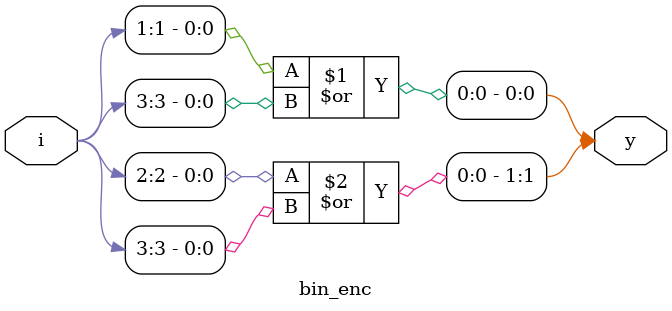
<source format=v>
module bin_enc(i,y);
	input [3:0]i;
	output [1:0]y;
	assign y[0]=i[1]|i[3];
	assign y[1]=i[2]|i[3];
endmodule

</source>
